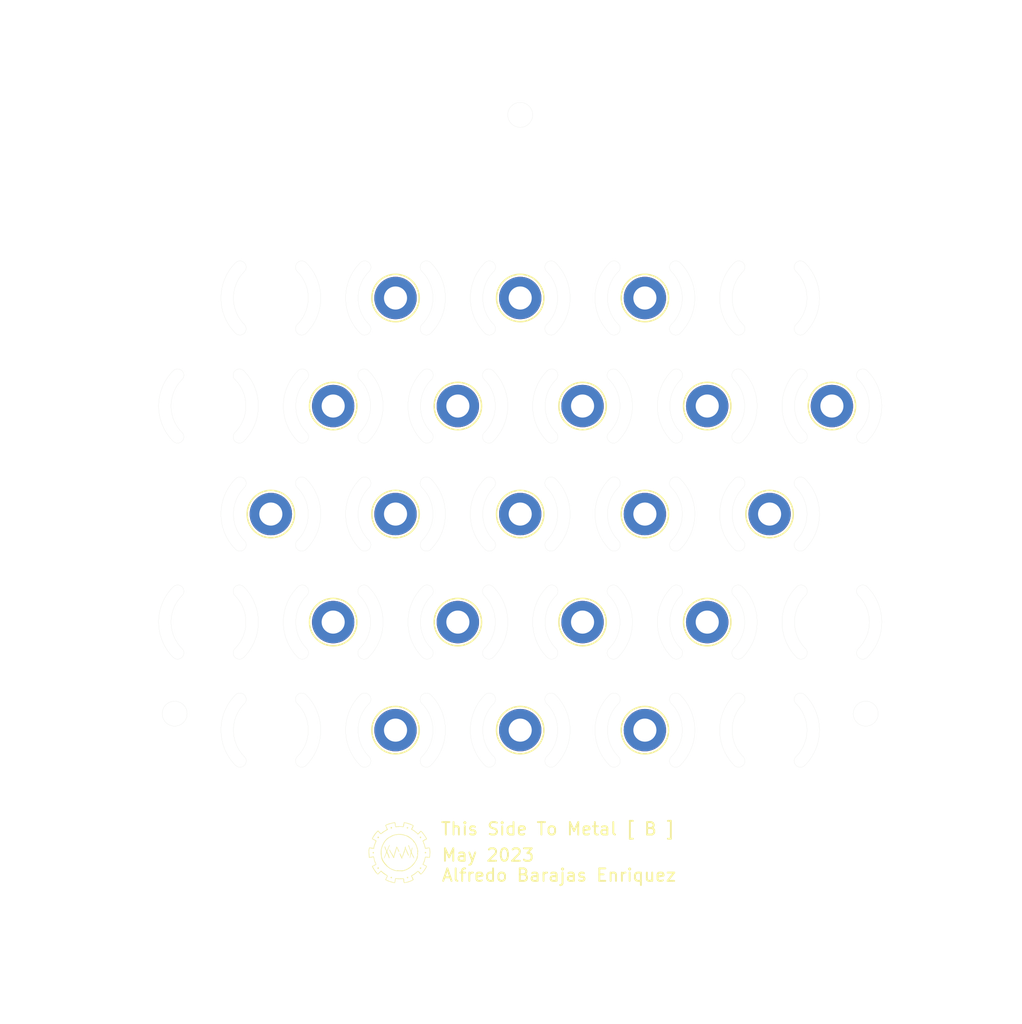
<source format=kicad_pcb>
(kicad_pcb (version 20221018) (generator pcbnew)
  (layers (0 "F.Cu" signal) (31 "B.Cu" signal) (34 "B.Paste" user) (35 "F.Paste" user) (36 "B.SilkS" user "B.Silkscreen") (37 "F.SilkS" user "F.Silkscreen") (38 "B.Mask" user) (39 "F.Mask" user) (44 "Edge.Cuts" user))
  (net 0 "")
  (footprint "TestPoint:TestPoint_Loop_D2.50mm_Drill1.85mm" (layer "F.Cu") (at 155.176641 53.878737)
    (fp_text reference "CH10" hide)
    (fp_text value "READOUT")
    (pad "1" thru_hole circle (at 0 0) (size 3.4 3.4) (drill 1.85) (layers "*.Cu" "*.Mask"))
  )
  (footprint "TestPoint:TestPoint_Loop_D2.50mm_Drill1.85mm" (layer "F.Cu") (at 145.176641 53.878737)
    (fp_text reference "CH9" hide)
    (fp_text value "READOUT")
    (pad "1" thru_hole circle (at 0 0) (size 3.4 3.4) (drill 1.85) (layers "*.Cu" "*.Mask"))
  )
  (footprint "TestPoint:TestPoint_Loop_D2.50mm_Drill1.85mm" (layer "F.Cu") (at 130.176641 62.538737)
    (fp_text reference "CH1" hide)
    (fp_text value "READOUT")
    (pad "1" thru_hole circle (at 0 0) (size 3.4 3.4) (drill 1.85) (layers "*.Cu" "*.Mask"))
  )
  (footprint "TestPoint:TestPoint_Loop_D2.50mm_Drill1.85mm" (layer "F.Cu") (at 140.176641 62.538737)
    (fp_text reference "CH12" hide)
    (fp_text value "READOUT")
    (pad "1" thru_hole circle (at 0 0) (size 3.4 3.4) (drill 1.85) (layers "*.Cu" "*.Mask"))
  )
  (footprint "TestPoint:TestPoint_Loop_D2.50mm_Drill1.85mm" (layer "F.Cu") (at 150.176641 62.538737)
    (fp_text reference "CH13" hide)
    (fp_text value "READOUT")
    (pad "1" thru_hole circle (at 0 0) (size 3.4 3.4) (drill 1.85) (layers "*.Cu" "*.Mask"))
  )
  (footprint "LOGO" (layer "F.Cu") (at 135.491641 80.983581)
    (fp_text reference "G***" hide)
    (fp_text value "LOGO" hide)
  )
  (footprint "TestPoint:TestPoint_Loop_D2.50mm_Drill1.85mm" (layer "F.Cu") (at 125.176641 53.878737)
    (fp_text reference "CH1" hide)
    (fp_text value "READOUT")
    (pad "1" thru_hole circle (at 0 0) (size 3.4 3.4) (drill 1.85) (layers "*.Cu" "*.Mask"))
  )
  (footprint "TestPoint:TestPoint_Loop_D2.50mm_Drill1.85mm" (layer "F.Cu") (at 150.176641 45.218737)
    (fp_text reference "CH5" hide)
    (fp_text value "READOUT")
    (pad "1" thru_hole circle (at 0 0) (size 3.4 3.4) (drill 1.85) (layers "*.Cu" "*.Mask"))
  )
  (footprint "TestPoint:TestPoint_Loop_D2.50mm_Drill1.85mm" (layer "F.Cu") (at 135.176641 36.558737)
    (fp_text reference "CH1" hide)
    (fp_text value "READOUT")
    (pad "1" thru_hole circle (at 0 0) (size 3.4 3.4) (drill 1.85) (layers "*.Cu" "*.Mask"))
  )
  (footprint "TestPoint:TestPoint_Loop_D2.50mm_Drill1.85mm" (layer "F.Cu") (at 140.176641 45.218737)
    (fp_text reference "CH4" hide)
    (fp_text value "READOUT")
    (pad "1" thru_hole circle (at 0 0) (size 3.4 3.4) (drill 1.85) (layers "*.Cu" "*.Mask"))
  )
  (footprint "TestPoint:TestPoint_Loop_D2.50mm_Drill1.85mm" (layer "F.Cu") (at 145.176641 36.558737)
    (fp_text reference "CH2" hide)
    (fp_text value "READOUT")
    (pad "1" thru_hole circle (at 0 0) (size 3.4 3.4) (drill 1.85) (layers "*.Cu" "*.Mask"))
  )
  (footprint "TestPoint:TestPoint_Loop_D2.50mm_Drill1.85mm" (layer "F.Cu") (at 145.176641 71.198737)
    (fp_text reference "CH15" hide)
    (fp_text value "READOUT")
    (pad "1" thru_hole circle (at 0 0) (size 3.4 3.4) (drill 1.85) (layers "*.Cu" "*.Mask"))
  )
  (footprint "TestPoint:TestPoint_Loop_D2.50mm_Drill1.85mm" (layer "F.Cu") (at 160.176641 45.218737)
    (fp_text reference "CH6" hide)
    (fp_text value "READOUT")
    (pad "1" thru_hole circle (at 0 0) (size 3.4 3.4) (drill 1.85) (layers "*.Cu" "*.Mask"))
  )
  (footprint "TestPoint:TestPoint_Loop_D2.50mm_Drill1.85mm" (layer "F.Cu") (at 155.176641 36.558737)
    (fp_text reference "CH3" hide)
    (fp_text value "READOUT")
    (pad "1" thru_hole circle (at 0 0) (size 3.4 3.4) (drill 1.85) (layers "*.Cu" "*.Mask"))
  )
  (footprint "TestPoint:TestPoint_Loop_D2.50mm_Drill1.85mm" (layer "F.Cu") (at 135.176641 71.198737)
    (fp_text reference "CH1" hide)
    (fp_text value "READOUT")
    (pad "1" thru_hole circle (at 0 0) (size 3.4 3.4) (drill 1.85) (layers "*.Cu" "*.Mask"))
  )
  (footprint "TestPoint:TestPoint_Loop_D2.50mm_Drill1.85mm" (layer "F.Cu") (at 165.176641 53.878737)
    (fp_text reference "CH11" hide)
    (fp_text value "READOUT")
    (pad "1" thru_hole circle (at 0 0) (size 3.4 3.4) (drill 1.85) (layers "*.Cu" "*.Mask"))
  )
  (footprint "TestPoint:TestPoint_Loop_D2.50mm_Drill1.85mm" (layer "F.Cu") (at 130.176641 45.218737)
    (fp_text reference "CH1" hide)
    (fp_text value "READOUT")
    (pad "1" thru_hole circle (at 0 0) (size 3.4 3.4) (drill 1.85) (layers "*.Cu" "*.Mask"))
  )
  (footprint "TestPoint:TestPoint_Loop_D2.50mm_Drill1.85mm" (layer "F.Cu") (at 170.176641 45.218737)
    (fp_text reference "CH7" hide)
    (fp_text value "READOUT")
    (pad "1" thru_hole circle (at 0 0) (size 3.4 3.4) (drill 1.85) (layers "*.Cu" "*.Mask"))
  )
  (footprint "TestPoint:TestPoint_Loop_D2.50mm_Drill1.85mm" (layer "F.Cu") (at 155.176641 71.198737)
    (fp_text reference "CH16" hide)
    (fp_text value "READOUT")
    (pad "1" thru_hole circle (at 0 0) (size 3.4 3.4) (drill 1.85) (layers "*.Cu" "*.Mask"))
  )
  (footprint "TestPoint:TestPoint_Loop_D2.50mm_Drill1.85mm" (layer "F.Cu") (at 135.176641 53.878737)
    (fp_text reference "CH8" hide)
    (fp_text value "READOUT")
    (pad "1" thru_hole circle (at 0 0) (size 3.4 3.4) (drill 1.85) (layers "*.Cu" "*.Mask"))
  )
  (footprint "TestPoint:TestPoint_Loop_D2.50mm_Drill1.85mm" (layer "F.Cu") (at 160.176641 62.538737)
    (fp_text reference "CH14" hide)
    (fp_text value "READOUT")
    (pad "1" thru_hole circle (at 0 0) (size 3.4 3.4) (drill 1.85) (layers "*.Cu" "*.Mask"))
  )
  (gr_arc (start 127.348484 59.710578) (mid 128.05559 59.710578) (end 128.05559 60.417684) (stroke (width 0.01)) (layer "Edge.Cuts"))
  (gr_arc (start 162.348485 39.386895) (mid 161.177023 36.558737) (end 162.348485 33.730579) (stroke (width 0.01)) (layer "Edge.Cuts"))
  (gr_arc (start 152.348484 51.050578) (mid 153.05559 51.050578) (end 153.05559 51.757684) (stroke (width 0.01)) (layer "Edge.Cuts"))
  (gr_arc (start 148.005449 39.387543) (mid 147.298231 39.387543) (end 147.298231 38.680325) (stroke (width 0.01)) (layer "Edge.Cuts"))
  (gr_arc (start 142.348485 74.026895) (mid 141.177023 71.198737) (end 142.348485 68.370579) (stroke (width 0.01)) (layer "Edge.Cuts"))
  (gr_arc (start 172.298342 43.097261) (mid 172.298342 42.390155) (end 173.005448 42.390155) (stroke (width 0.01)) (layer "Edge.Cuts"))
  (gr_arc (start 142.298342 43.097261) (mid 142.298342 42.390155) (end 143.005448 42.390155) (stroke (width 0.01)) (layer "Edge.Cuts"))
  (gr_arc (start 153.055701 38.679901) (mid 153.055701 39.387119) (end 152.348483 39.387119) (stroke (width 0.01)) (layer "Edge.Cuts"))
  (gr_arc (start 123.055701 55.999901) (mid 123.055701 56.707119) (end 122.348483 56.707119) (stroke (width 0.01)) (layer "Edge.Cuts"))
  (gr_arc (start 172.29823 60.41715) (mid 173.17702 62.538737) (end 172.29823 64.660324) (stroke (width 0.01)) (layer "Edge.Cuts"))
  (gr_arc (start 147.298608 51.756994) (mid 148.177398 53.878581) (end 147.298608 56.000168) (stroke (width 0.01)) (layer "Edge.Cuts"))
  (gr_arc (start 138.005449 74.027543) (mid 137.298231 74.027543) (end 137.298231 73.320325) (stroke (width 0.01)) (layer "Edge.Cuts"))
  (gr_arc (start 127.348485 48.046895) (mid 126.177023 45.218737) (end 127.348485 42.390579) (stroke (width 0.01)) (layer "Edge.Cuts"))
  (gr_arc (start 138.005447 68.370155) (mid 139.17702 71.198581) (end 138.005447 74.027007) (stroke (width 0.01)) (layer "Edge.Cuts"))
  (gr_arc (start 142.348863 56.706739) (mid 141.177401 53.878581) (end 142.348863 51.050423) (stroke (width 0.01)) (layer "Edge.Cuts"))
  (gr_arc (start 123.055701 38.679901) (mid 122.177021 36.558581) (end 123.055701 34.437261) (stroke (width 0.01)) (layer "Edge.Cuts"))
  (gr_arc (start 122.348485 56.706895) (mid 121.177023 53.878737) (end 122.348485 51.050579) (stroke (width 0.01)) (layer "Edge.Cuts"))
  (gr_arc (start 173.005447 59.710155) (mid 174.17702 62.538581) (end 173.005447 65.367007) (stroke (width 0.01)) (layer "Edge.Cuts"))
  (gr_arc (start 158.005447 51.050155) (mid 159.17702 53.878581) (end 158.005447 56.707007) (stroke (width 0.01)) (layer "Edge.Cuts"))
  (gr_arc (start 118.055701 64.659901) (mid 118.055701 65.367119) (end 117.348483 65.367119) (stroke (width 0.01)) (layer "Edge.Cuts"))
  (gr_arc (start 172.298342 60.417261) (mid 172.298342 59.710155) (end 173.005448 59.710155) (stroke (width 0.01)) (layer "Edge.Cuts"))
  (gr_arc (start 148.005825 51.049999) (mid 149.177398 53.878425) (end 148.005825 56.706851) (stroke (width 0.01)) (layer "Edge.Cuts"))
  (gr_arc (start 137.348484 59.710578) (mid 138.05559 59.710578) (end 138.05559 60.417684) (stroke (width 0.01)) (layer "Edge.Cuts"))
  (gr_arc (start 137.298342 51.757261) (mid 137.298342 51.050155) (end 138.005448 51.050155) (stroke (width 0.01)) (layer "Edge.Cuts"))
  (gr_arc (start 158.005447 68.370155) (mid 159.17702 71.198581) (end 158.005447 74.027007) (stroke (width 0.01)) (layer "Edge.Cuts"))
  (gr_arc (start 148.055701 64.659901) (mid 147.177021 62.538581) (end 148.055701 60.417261) (stroke (width 0.01)) (layer "Edge.Cuts"))
  (gr_arc (start 152.348485 39.386895) (mid 151.177023 36.558737) (end 152.348485 33.730579) (stroke (width 0.01)) (layer "Edge.Cuts"))
  (gr_arc (start 138.005447 33.730155) (mid 139.17702 36.558581) (end 138.005447 39.387007) (stroke (width 0.01)) (layer "Edge.Cuts"))
  (gr_arc (start 167.298342 34.437261) (mid 167.298342 33.730155) (end 168.005448 33.730155) (stroke (width 0.01)) (layer "Edge.Cuts"))
  (gr_arc (start 147.348484 42.390578) (mid 148.05559 42.390578) (end 148.05559 43.097684) (stroke (width 0.01)) (layer "Edge.Cuts"))
  (gr_arc (start 127.298342 34.437261) (mid 127.298342 33.730155) (end 128.005448 33.730155) (stroke (width 0.01)) (layer "Edge.Cuts"))
  (gr_arc (start 168.055701 47.339901) (mid 168.055701 48.047119) (end 167.348483 48.047119) (stroke (width 0.01)) (layer "Edge.Cuts"))
  (gr_arc (start 173.005447 42.390155) (mid 174.17702 45.218581) (end 173.005447 48.047007) (stroke (width 0.01)) (layer "Edge.Cuts"))
  (gr_arc (start 138.005449 39.387543) (mid 137.298231 39.387543) (end 137.298231 38.680325) (stroke (width 0.01)) (layer "Edge.Cuts"))
  (gr_arc (start 163.055701 55.999901) (mid 163.055701 56.707119) (end 162.348483 56.707119) (stroke (width 0.01)) (layer "Edge.Cuts"))
  (gr_arc (start 158.055701 64.659901) (mid 157.177021 62.538581) (end 158.055701 60.417261) (stroke (width 0.01)) (layer "Edge.Cuts"))
  (gr_arc (start 143.055701 73.319901) (mid 142.177021 71.198581) (end 143.055701 69.077261) (stroke (width 0.01)) (layer "Edge.Cuts"))
  (gr_arc (start 157.298342 69.077261) (mid 157.298342 68.370155) (end 158.005448 68.370155) (stroke (width 0.01)) (layer "Edge.Cuts"))
  (gr_arc (start 148.005449 74.027543) (mid 147.298231 74.027543) (end 147.298231 73.320325) (stroke (width 0.01)) (layer "Edge.Cuts"))
  (gr_arc (start 163.055701 55.999901) (mid 162.177021 53.878581) (end 163.055701 51.757261) (stroke (width 0.01)) (layer "Edge.Cuts"))
  (gr_arc (start 162.348485 74.026895) (mid 161.177023 71.198737) (end 162.348485 68.370579) (stroke (width 0.01)) (layer "Edge.Cuts"))
  (gr_arc (start 122.298342 43.097261) (mid 122.298342 42.390155) (end 123.005448 42.390155) (stroke (width 0.01)) (layer "Edge.Cuts"))
  (gr_arc (start 123.055701 55.999901) (mid 122.177021 53.878581) (end 123.055701 51.757261) (stroke (width 0.01)) (layer "Edge.Cuts"))
  (gr_arc (start 122.29823 60.41715) (mid 123.17702 62.538737) (end 122.29823 64.660324) (stroke (width 0.01)) (layer "Edge.Cuts"))
  (gr_circle (center 117.463639 69.87841) (end 118.463639 69.87841) (stroke (width 0.01)) (fill none) (layer "Edge.Cuts"))
  (gr_arc (start 168.005447 68.370155) (mid 169.17702 71.198581) (end 168.005447 74.027007) (stroke (width 0.01)) (layer "Edge.Cuts"))
  (gr_arc (start 133.005449 48.047543) (mid 132.298231 48.047543) (end 132.298231 47.340325) (stroke (width 0.01)) (layer "Edge.Cuts"))
  (gr_arc (start 148.005827 56.707387) (mid 147.298609 56.707387) (end 147.298609 56.000169) (stroke (width 0.01)) (layer "Edge.Cuts"))
  (gr_arc (start 118.055701 64.659901) (mid 117.177021 62.538581) (end 118.055701 60.417261) (stroke (width 0.01)) (layer "Edge.Cuts"))
  (gr_arc (start 128.005449 39.387543) (mid 127.298231 39.387543) (end 127.298231 38.680325) (stroke (width 0.01)) (layer "Edge.Cuts"))
  (gr_arc (start 118.055701 47.339901) (mid 118.055701 48.047119) (end 117.348483 48.047119) (stroke (width 0.01)) (layer "Edge.Cuts"))
  (gr_arc (start 163.005447 42.390155) (mid 164.17702 45.218581) (end 163.005447 48.047007) (stroke (width 0.01)) (layer "Edge.Cuts"))
  (gr_arc (start 163.005449 48.047543) (mid 162.298231 48.047543) (end 162.298231 47.340325) (stroke (width 0.01)) (layer "Edge.Cuts"))
  (gr_arc (start 147.29823 69.07715) (mid 148.17702 71.198737) (end 147.29823 73.320324) (stroke (width 0.01)) (layer "Edge.Cuts"))
  (gr_arc (start 117.348484 42.390578) (mid 118.05559 42.390578) (end 118.05559 43.097684) (stroke (width 0.01)) (layer "Edge.Cuts"))
  (gr_arc (start 128.005449 56.707543) (mid 127.298231 56.707543) (end 127.298231 56.000325) (stroke (width 0.01)) (layer "Edge.Cuts"))
  (gr_arc (start 147.348484 59.710578) (mid 148.05559 59.710578) (end 148.05559 60.417684) (stroke (width 0.01)) (layer "Edge.Cuts"))
  (gr_arc (start 153.005447 59.710155) (mid 154.17702 62.538581) (end 153.005447 65.367007) (stroke (width 0.01)) (layer "Edge.Cuts"))
  (gr_arc (start 123.055701 73.319901) (mid 122.177021 71.198581) (end 123.055701 69.077261) (stroke (width 0.01)) (layer "Edge.Cuts"))
  (gr_arc (start 143.005447 42.390155) (mid 144.17702 45.218581) (end 143.005447 48.047007) (stroke (width 0.01)) (layer "Edge.Cuts"))
  (gr_arc (start 152.348485 56.706895) (mid 151.177023 53.878737) (end 152.348485 51.050579) (stroke (width 0.01)) (layer "Edge.Cuts"))
  (gr_arc (start 133.055701 55.999901) (mid 132.177021 53.878581) (end 133.055701 51.757261) (stroke (width 0.01)) (layer "Edge.Cuts"))
  (gr_arc (start 173.005449 65.367543) (mid 172.298231 65.367543) (end 172.298231 64.660325) (stroke (width 0.01)) (layer "Edge.Cuts"))
  (gr_arc (start 152.348485 74.026895) (mid 151.177023 71.198737) (end 152.348485 68.370579) (stroke (width 0.01)) (layer "Edge.Cuts"))
  (gr_arc (start 168.005449 74.027543) (mid 167.298231 74.027543) (end 167.298231 73.320325) (stroke (width 0.01)) (layer "Edge.Cuts"))
  (gr_arc (start 137.298342 34.437261) (mid 137.298342 33.730155) (end 138.005448 33.730155) (stroke (width 0.01)) (layer "Edge.Cuts"))
  (gr_arc (start 157.348484 59.710578) (mid 158.05559 59.710578) (end 158.05559 60.417684) (stroke (width 0.01)) (layer "Edge.Cuts"))
  (gr_arc (start 142.348484 33.730578) (mid 143.05559 33.730578) (end 143.05559 34.437684) (stroke (width 0.01)) (layer "Edge.Cuts"))
  (gr_arc (start 148.055701 64.659901) (mid 148.055701 65.367119) (end 147.348483 65.367119) (stroke (width 0.01)) (layer "Edge.Cuts"))
  (gr_arc (start 168.005447 33.730155) (mid 169.17702 36.558581) (end 168.005447 39.387007) (stroke (width 0.01)) (layer "Edge.Cuts"))
  (gr_arc (start 167.348485 48.046895) (mid 166.177023 45.218737) (end 167.348485 42.390579) (stroke (width 0.01)) (layer "Edge.Cuts"))
  (gr_arc (start 137.29823 51.75715) (mid 138.17702 53.878737) (end 137.29823 56.000324) (stroke (width 0.01)) (layer "Edge.Cuts"))
  (gr_arc (start 168.005447 51.050155) (mid 169.17702 53.878581) (end 168.005447 56.707007) (stroke (width 0.01)) (layer "Edge.Cuts"))
  (gr_arc (start 138.055701 64.659901) (mid 137.177021 62.538581) (end 138.055701 60.417261) (stroke (width 0.01)) (layer "Edge.Cuts"))
  (gr_arc (start 168.055701 64.659901) (mid 168.055701 65.367119) (end 167.348483 65.367119) (stroke (width 0.01)) (layer "Edge.Cuts"))
  (gr_arc (start 152.29823 43.09715) (mid 153.17702 45.218737) (end 152.29823 47.340324) (stroke (width 0.01)) (layer "Edge.Cuts"))
  (gr_arc (start 147.348485 48.046895) (mid 146.177023 45.218737) (end 147.348485 42.390579) (stroke (width 0.01)) (layer "Edge.Cuts"))
  (gr_arc (start 133.005447 59.710155) (mid 134.17702 62.538581) (end 133.005447 65.367007) (stroke (width 0.01)) (layer "Edge.Cuts"))
  (gr_arc (start 168.055701 47.339901) (mid 167.177021 45.218581) (end 168.055701 43.097261) (stroke (width 0.01)) (layer "Edge.Cuts"))
  (gr_arc (start 153.055701 38.679901) (mid 152.177021 36.558581) (end 153.055701 34.437261) (stroke (width 0.01)) (layer "Edge.Cuts"))
  (gr_arc (start 142.348484 68.370578) (mid 143.05559 68.370578) (end 143.05559 69.077684) (stroke (width 0.01)) (layer "Edge.Cuts"))
  (gr_arc (start 132.298342 60.417261) (mid 132.298342 59.710155) (end 133.005448 59.710155) (stroke (width 0.01)) (layer "Edge.Cuts"))
  (gr_arc (start 132.348484 51.050578) (mid 133.05559 51.050578) (end 133.05559 51.757684) (stroke (width 0.01)) (layer "Edge.Cuts"))
  (gr_arc (start 132.29823 43.09715) (mid 133.17702 45.218737) (end 132.29823 47.340324) (stroke (width 0.01)) (layer "Edge.Cuts"))
  (gr_arc (start 123.005449 65.367543) (mid 122.298231 65.367543) (end 122.298231 64.660325) (stroke (width 0.01)) (layer "Edge.Cuts"))
  (gr_arc (start 137.29823 69.07715) (mid 138.17702 71.198737) (end 137.29823 73.320324) (stroke (width 0.01)) (layer "Edge.Cuts"))
  (gr_arc (start 167.348484 59.710578) (mid 168.05559 59.710578) (end 168.05559 60.417684) (stroke (width 0.01)) (layer "Edge.Cuts"))
  (gr_arc (start 163.005449 65.367543) (mid 162.298231 65.367543) (end 162.298231 64.660325) (stroke (width 0.01)) (layer "Edge.Cuts"))
  (gr_arc (start 152.298342 60.417261) (mid 152.298342 59.710155) (end 153.005448 59.710155) (stroke (width 0.01)) (layer "Edge.Cuts"))
  (gr_arc (start 143.055701 38.679901) (mid 142.177021 36.558581) (end 143.055701 34.437261) (stroke (width 0.01)) (layer "Edge.Cuts"))
  (gr_arc (start 167.298342 51.757261) (mid 167.298342 51.050155) (end 168.005448 51.050155) (stroke (width 0.01)) (layer "Edge.Cuts"))
  (gr_arc (start 168.005449 39.387543) (mid 167.298231 39.387543) (end 167.298231 38.680325) (stroke (width 0.01)) (layer "Edge.Cuts"))
  (gr_arc (start 162.298342 43.097261) (mid 162.298342 42.390155) (end 163.005448 42.390155) (stroke (width 0.01)) (layer "Edge.Cuts"))
  (gr_arc (start 153.055701 73.319901) (mid 152.177021 71.198581) (end 153.055701 69.077261) (stroke (width 0.01)) (layer "Edge.Cuts"))
  (gr_arc (start 132.348485 56.706895) (mid 131.177023 53.878737) (end 132.348485 51.050579) (stroke (width 0.01)) (layer "Edge.Cuts"))
  (gr_arc (start 128.055701 47.339901) (mid 127.177021 45.218581) (end 128.055701 43.097261) (stroke (width 0.01)) (layer "Edge.Cuts"))
  (gr_arc (start 158.005449 56.707543) (mid 157.298231 56.707543) (end 157.298231 56.000325) (stroke (width 0.01)) (layer "Edge.Cuts"))
  (gr_arc (start 167.29823 34.43715) (mid 168.17702 36.558737) (end 167.29823 38.680324) (stroke (width 0.01)) (layer "Edge.Cuts"))
  (gr_arc (start 142.29823 43.09715) (mid 143.17702 45.218737) (end 142.29823 47.340324) (stroke (width 0.01)) (layer "Edge.Cuts"))
  (gr_arc (start 127.29823 51.75715) (mid 128.17702 53.878737) (end 127.29823 56.000324) (stroke (width 0.01)) (layer "Edge.Cuts"))
  (gr_arc (start 152.348484 33.730578) (mid 153.05559 33.730578) (end 153.05559 34.437684) (stroke (width 0.01)) (layer "Edge.Cuts"))
  (gr_arc (start 158.005447 33.730155) (mid 159.17702 36.558581) (end 158.005447 39.387007) (stroke (width 0.01)) (layer "Edge.Cuts"))
  (gr_arc (start 133.005447 42.390155) (mid 134.17702 45.218581) (end 133.005447 48.047007) (stroke (width 0.01)) (layer "Edge.Cuts"))
  (gr_arc (start 127.298342 69.077261) (mid 127.298342 68.370155) (end 128.005448 68.370155) (stroke (width 0.01)) (layer "Edge.Cuts"))
  (gr_arc (start 162.348484 33.730578) (mid 163.05559 33.730578) (end 163.05559 34.437684) (stroke (width 0.01)) (layer "Edge.Cuts"))
  (gr_arc (start 167.348485 65.366895) (mid 166.177023 62.538737) (end 167.348485 59.710579) (stroke (width 0.01)) (layer "Edge.Cuts"))
  (gr_arc (start 127.29823 69.07715) (mid 128.17702 71.198737) (end 127.29823 73.320324) (stroke (width 0.01)) (layer "Edge.Cuts"))
  (gr_arc (start 138.005449 56.707543) (mid 137.298231 56.707543) (end 137.298231 56.000325) (stroke (width 0.01)) (layer "Edge.Cuts"))
  (gr_arc (start 153.055701 55.999901) (mid 153.055701 56.707119) (end 152.348483 56.707119) (stroke (width 0.01)) (layer "Edge.Cuts"))
  (gr_arc (start 143.055701 38.679901) (mid 143.055701 39.387119) (end 142.348483 39.387119) (stroke (width 0.01)) (layer "Edge.Cuts"))
  (gr_arc (start 153.005447 42.390155) (mid 154.17702 45.218581) (end 153.005447 48.047007) (stroke (width 0.01)) (layer "Edge.Cuts"))
  (gr_arc (start 122.348485 39.386895) (mid 121.177023 36.558737) (end 122.348485 33.730579) (stroke (width 0.01)) (layer "Edge.Cuts"))
  (gr_arc (start 147.29872 51.757105) (mid 147.29872 51.049999) (end 148.005826 51.049999) (stroke (width 0.01)) (layer "Edge.Cuts"))
  (gr_arc (start 163.005447 59.710155) (mid 164.17702 62.538581) (end 163.005447 65.367007) (stroke (width 0.01)) (layer "Edge.Cuts"))
  (gr_arc (start 157.29823 51.75715) (mid 158.17702 53.878737) (end 157.29823 56.000324) (stroke (width 0.01)) (layer "Edge.Cuts"))
  (gr_arc (start 133.055701 73.319901) (mid 133.055701 74.027119) (end 132.348483 74.027119) (stroke (width 0.01)) (layer "Edge.Cuts"))
  (gr_arc (start 158.005449 74.027543) (mid 157.298231 74.027543) (end 157.298231 73.320325) (stroke (width 0.01)) (layer "Edge.Cuts"))
  (gr_arc (start 138.005447 51.050155) (mid 139.17702 53.878581) (end 138.005447 56.707007) (stroke (width 0.01)) (layer "Edge.Cuts"))
  (gr_arc (start 143.005447 59.710155) (mid 144.17702 62.538581) (end 143.005447 65.367007) (stroke (width 0.01)) (layer "Edge.Cuts"))
  (gr_arc (start 148.055701 47.339901) (mid 148.055701 48.047119) (end 147.348483 48.047119) (stroke (width 0.01)) (layer "Edge.Cuts"))
  (gr_circle (center 145.176641 53.878737) (end 179.176641 53.878737) (stroke (width 0.001)) (fill none) (layer "Edge.Cuts"))
  (gr_arc (start 118.055701 47.339901) (mid 117.177021 45.218581) (end 118.055701 43.097261) (stroke (width 0.01)) (layer "Edge.Cuts"))
  (gr_arc (start 123.005447 59.710155) (mid 124.17702 62.538581) (end 123.005447 65.367007) (stroke (width 0.01)) (layer "Edge.Cuts"))
  (gr_arc (start 157.348484 42.390578) (mid 158.05559 42.390578) (end 158.05559 43.097684) (stroke (width 0.01)) (layer "Edge.Cuts"))
  (gr_arc (start 122.29823 43.09715) (mid 123.17702 45.218737) (end 122.29823 47.340324) (stroke (width 0.01)) (layer "Edge.Cuts"))
  (gr_arc (start 157.29823 34.43715) (mid 158.17702 36.558737) (end 157.29823 38.680324) (stroke (width 0.01)) (layer "Edge.Cuts"))
  (gr_arc (start 147.348485 65.366895) (mid 146.177023 62.538737) (end 147.348485 59.710579) (stroke (width 0.01)) (layer "Edge.Cuts"))
  (gr_arc (start 132.298342 43.097261) (mid 132.298342 42.390155) (end 133.005448 42.390155) (stroke (width 0.01)) (layer "Edge.Cuts"))
  (gr_arc (start 128.005449 74.027543) (mid 127.298231 74.027543) (end 127.298231 73.320325) (stroke (width 0.01)) (layer "Edge.Cuts"))
  (gr_arc (start 127.298342 51.757261) (mid 127.298342 51.050155) (end 128.005448 51.050155) (stroke (width 0.01)) (layer "Edge.Cuts"))
  (gr_arc (start 163.055701 38.679901) (mid 163.055701 39.387119) (end 162.348483 39.387119) (stroke (width 0.01)) (layer "Edge.Cuts"))
  (gr_arc (start 137.348484 42.390578) (mid 138.05559 42.390578) (end 138.05559 43.097684) (stroke (width 0.01)) (layer "Edge.Cuts"))
  (gr_arc (start 163.055701 38.679901) (mid 162.177021 36.558581) (end 163.055701 34.437261) (stroke (width 0.01)) (layer "Edge.Cuts"))
  (gr_arc (start 128.005447 33.730155) (mid 129.17702 36.558581) (end 128.005447 39.387007) (stroke (width 0.01)) (layer "Edge.Cuts"))
  (gr_arc (start 157.29823 69.07715) (mid 158.17702 71.198737) (end 157.29823 73.320324) (stroke (width 0.01)) (layer "Edge.Cuts"))
  (gr_arc (start 137.348485 65.366895) (mid 136.177023 62.538737) (end 137.348485 59.710579) (stroke (width 0.01)) (layer "Edge.Cuts"))
  (gr_arc (start 143.056079 55.999745) (mid 142.177399 53.878425) (end 143.056079 51.757105) (stroke (width 0.01)) (layer "Edge.Cuts"))
  (gr_arc (start 142.348485 39.386895) (mid 141.177023 36.558737) (end 142.348485 33.730579) (stroke (width 0.01)) (layer "Edge.Cuts"))
  (gr_arc (start 127.348484 42.390578) (mid 128.05559 42.390578) (end 128.05559 43.097684) (stroke (width 0.01)) (layer "Edge.Cuts"))
  (gr_arc (start 163.055701 73.319901) (mid 162.177021 71.198581) (end 163.055701 69.077261) (stroke (width 0.01)) (layer "Edge.Cuts"))
  (gr_arc (start 138.055701 64.659901) (mid 138.055701 65.367119) (end 137.348483 65.367119) (stroke (width 0.01)) (layer "Edge.Cuts"))
  (gr_arc (start 127.29823 34.43715) (mid 128.17702 36.558737) (end 127.29823 38.680324) (stroke (width 0.01)) (layer "Edge.Cuts"))
  (gr_arc (start 157.298342 34.437261) (mid 157.298342 33.730155) (end 158.005448 33.730155) (stroke (width 0.01)) (layer "Edge.Cuts"))
  (gr_arc (start 137.298342 69.077261) (mid 137.298342 68.370155) (end 138.005448 68.370155) (stroke (width 0.01)) (layer "Edge.Cuts"))
  (gr_arc (start 167.298342 69.077261) (mid 167.298342 68.370155) (end 168.005448 68.370155) (stroke (width 0.01)) (layer "Edge.Cuts"))
  (gr_arc (start 132.348485 39.386895) (mid 131.177023 36.558737) (end 132.348485 33.730579) (stroke (width 0.01)) (layer "Edge.Cuts"))
  (gr_arc (start 162.348484 51.050578) (mid 163.05559 51.050578) (end 163.05559 51.757684) (stroke (width 0.01)) (layer "Edge.Cuts"))
  (gr_arc (start 162.298342 60.417261) (mid 162.298342 59.710155) (end 163.005448 59.710155) (stroke (width 0.01)) (layer "Edge.Cuts"))
  (gr_arc (start 137.348485 48.046895) (mid 136.177023 45.218737) (end 137.348485 42.390579) (stroke (width 0.01)) (layer "Edge.Cuts"))
  (gr_arc (start 122.348484 68.370578) (mid 123.05559 68.370578) (end 123.05559 69.077684) (stroke (width 0.01)) (layer "Edge.Cuts"))
  (gr_arc (start 158.055701 47.339901) (mid 157.177021 45.218581) (end 158.055701 43.097261) (stroke (width 0.01)) (layer "Edge.Cuts"))
  (gr_arc (start 162.29823 43.09715) (mid 163.17702 45.218737) (end 162.29823 47.340324) (stroke (width 0.01)) (layer "Edge.Cuts"))
  (gr_arc (start 132.348484 68.370578) (mid 133.05559 68.370578) (end 133.05559 69.077684) (stroke (width 0.01)) (layer "Edge.Cuts"))
  (gr_arc (start 117.348485 48.046895) (mid 116.177023 45.218737) (end 117.348485 42.390579) (stroke (width 0.01)) (layer "Edge.Cuts"))
  (gr_circle (center 145.177019 21.878737) (end 146.177019 21.878737) (stroke (width 0.01)) (fill none) (layer "Edge.Cuts"))
  (gr_arc (start 123.055701 73.319901) (mid 123.055701 74.027119) (end 122.348483 74.027119) (stroke (width 0.01)) (layer "Edge.Cuts"))
  (gr_arc (start 142.29823 60.41715) (mid 143.17702 62.538737) (end 142.29823 64.660324) (stroke (width 0.01)) (layer "Edge.Cuts"))
  (gr_arc (start 167.29823 69.07715) (mid 168.17702 71.198737) (end 167.29823 73.320324) (stroke (width 0.01)) (layer "Edge.Cuts"))
  (gr_arc (start 128.055701 47.339901) (mid 128.055701 48.047119) (end 127.348483 48.047119) (stroke (width 0.01)) (layer "Edge.Cuts"))
  (gr_arc (start 152.29823 60.41715) (mid 153.17702 62.538737) (end 152.29823 64.660324) (stroke (width 0.01)) (layer "Edge.Cuts"))
  (gr_arc (start 157.298342 51.757261) (mid 157.298342 51.050155) (end 158.005448 51.050155) (stroke (width 0.01)) (layer "Edge.Cuts"))
  (gr_circle (center 172.889265 69.879064) (end 173.889265 69.879064) (stroke (width 0.01)) (fill none) (layer "Edge.Cuts"))
  (gr_arc (start 128.005447 68.370155) (mid 129.17702 71.198581) (end 128.005447 74.027007) (stroke (width 0.01)) (layer "Edge.Cuts"))
  (gr_arc (start 132.348484 33.730578) (mid 133.05559 33.730578) (end 133.05559 34.437684) (stroke (width 0.01)) (layer "Edge.Cuts"))
  (gr_arc (start 147.29823 34.43715) (mid 148.17702 36.558737) (end 147.29823 38.680324) (stroke (width 0.01)) (layer "Edge.Cuts"))
  (gr_arc (start 143.056079 55.999745) (mid 143.056079 56.706963) (end 142.348861 56.706963) (stroke (width 0.01)) (layer "Edge.Cuts"))
  (gr_arc (start 122.348484 51.050578) (mid 123.05559 51.050578) (end 123.05559 51.757684) (stroke (width 0.01)) (layer "Edge.Cuts"))
  (gr_arc (start 137.29823 34.43715) (mid 138.17702 36.558737) (end 137.29823 38.680324) (stroke (width 0.01)) (layer "Edge.Cuts"))
  (gr_arc (start 133.055701 38.679901) (mid 132.177021 36.558581) (end 133.055701 34.437261) (stroke (width 0.01)) (layer "Edge.Cuts"))
  (gr_arc (start 172.29823 43.09715) (mid 173.17702 45.218737) (end 172.29823 47.340324) (stroke (width 0.01)) (layer "Edge.Cuts"))
  (gr_arc (start 127.348485 65.366895) (mid 126.177023 62.538737) (end 127.348485 59.710579) (stroke (width 0.01)) (layer "Edge.Cuts"))
  (gr_arc (start 162.348485 56.706895) (mid 161.177023 53.878737) (end 162.348485 51.050579) (stroke (width 0.01)) (layer "Edge.Cuts"))
  (gr_arc (start 122.348485 74.026895) (mid 121.177023 71.198737) (end 122.348485 68.370579) (stroke (width 0.01)) (layer "Edge.Cuts"))
  (gr_arc (start 168.055701 64.659901) (mid 167.177021 62.538581) (end 168.055701 60.417261) (stroke (width 0.01)) (layer "Edge.Cuts"))
  (gr_arc (start 152.348484 68.370578) (mid 153.05559 68.370578) (end 153.05559 69.077684) (stroke (width 0.01)) (layer "Edge.Cuts"))
  (gr_arc (start 153.005449 48.047543) (mid 152.298231 48.047543) (end 152.298231 47.340325) (stroke (width 0.01)) (layer "Edge.Cuts"))
  (gr_arc (start 142.298342 60.417261) (mid 142.298342 59.710155) (end 143.005448 59.710155) (stroke (width 0.01)) (layer "Edge.Cuts"))
  (gr_arc (start 143.005449 65.367543) (mid 142.298231 65.367543) (end 142.298231 64.660325) (stroke (width 0.01)) (layer "Edge.Cuts"))
  (gr_arc (start 142.348862 51.050422) (mid 143.055968 51.050422) (end 143.055968 51.757528) (stroke (width 0.01)) (layer "Edge.Cuts"))
  (gr_arc (start 157.348485 65.366895) (mid 156.177023 62.538737) (end 157.348485 59.710579) (stroke (width 0.01)) (layer "Edge.Cuts"))
  (gr_arc (start 162.29823 60.41715) (mid 163.17702 62.538737) (end 162.29823 64.660324) (stroke (width 0.01)) (layer "Edge.Cuts"))
  (gr_arc (start 133.005449 65.367543) (mid 132.298231 65.367543) (end 132.298231 64.660325) (stroke (width 0.01)) (layer "Edge.Cuts"))
  (gr_arc (start 158.055701 47.339901) (mid 158.055701 48.047119) (end 157.348483 48.047119) (stroke (width 0.01)) (layer "Edge.Cuts"))
  (gr_arc (start 158.055701 64.659901) (mid 158.055701 65.367119) (end 157.348483 65.367119) (stroke (width 0.01)) (layer "Edge.Cuts"))
  (gr_arc (start 133.055701 55.999901) (mid 133.055701 56.707119) (end 132.348483 56.707119) (stroke (width 0.01)) (layer "Edge.Cuts"))
  (gr_arc (start 148.005447 33.730155) (mid 149.17702 36.558581) (end 148.005447 39.387007) (stroke (width 0.01)) (layer "Edge.Cuts"))
  (gr_arc (start 133.055701 73.319901) (mid 132.177021 71.198581) (end 133.055701 69.077261) (stroke (width 0.01)) (layer "Edge.Cuts"))
  (gr_arc (start 123.005449 48.047543) (mid 122.298231 48.047543) (end 122.298231 47.340325) (stroke (width 0.01)) (layer "Edge.Cuts"))
  (gr_arc (start 153.055701 73.319901) (mid 153.055701 74.027119) (end 152.348483 74.027119) (stroke (width 0.01)) (layer "Edge.Cuts"))
  (gr_arc (start 143.005449 48.047543) (mid 142.298231 48.047543) (end 142.298231 47.340325) (stroke (width 0.01)) (layer "Edge.Cuts"))
  (gr_arc (start 128.055701 64.659901) (mid 127.177021 62.538581) (end 128.055701 60.417261) (stroke (width 0.01)) (layer "Edge.Cuts"))
  (gr_arc (start 157.348485 48.046895) (mid 156.177023 45.218737) (end 157.348485 42.390579) (stroke (width 0.01)) (layer "Edge.Cuts"))
  (gr_arc (start 132.348485 74.026895) (mid 131.177023 71.198737) (end 132.348485 68.370579) (stroke (width 0.01)) (layer "Edge.Cuts"))
  (gr_arc (start 138.055701 47.339901) (mid 138.055701 48.047119) (end 137.348483 48.047119) (stroke (width 0.01)) (layer "Edge.Cuts"))
  (gr_arc (start 128.005447 51.050155) (mid 129.17702 53.878581) (end 128.005447 56.707007) (stroke (width 0.01)) (layer "Edge.Cuts"))
  (gr_arc (start 162.348484 68.370578) (mid 163.05559 68.370578) (end 163.05559 69.077684) (stroke (width 0.01)) (layer "Edge.Cuts"))
  (gr_arc (start 122.298342 60.417261) (mid 122.298342 59.710155) (end 123.005448 59.710155) (stroke (width 0.01)) (layer "Edge.Cuts"))
  (gr_arc (start 163.055701 73.319901) (mid 163.055701 74.027119) (end 162.348483 74.027119) (stroke (width 0.01)) (layer "Edge.Cuts"))
  (gr_arc (start 158.005449 39.387543) (mid 157.298231 39.387543) (end 157.298231 38.680325) (stroke (width 0.01)) (layer "Edge.Cuts"))
  (gr_arc (start 123.005447 42.390155) (mid 124.17702 45.218581) (end 123.005447 48.047007) (stroke (width 0.01)) (layer "Edge.Cuts"))
  (gr_arc (start 132.29823 60.41715) (mid 133.17702 62.538737) (end 132.29823 64.660324) (stroke (width 0.01)) (layer "Edge.Cuts"))
  (gr_arc (start 138.055701 47.339901) (mid 137.177021 45.218581) (end 138.055701 43.097261) (stroke (width 0.01)) (layer "Edge.Cuts"))
  (gr_arc (start 173.005449 48.047543) (mid 172.298231 48.047543) (end 172.298231 47.340325) (stroke (width 0.01)) (layer "Edge.Cuts"))
  (gr_arc (start 167.29823 51.75715) (mid 168.17702 53.878737) (end 167.29823 56.000324) (stroke (width 0.01)) (layer "Edge.Cuts"))
  (gr_arc (start 117.348485 65.366895) (mid 116.177023 62.538737) (end 117.348485 59.710579) (stroke (width 0.01)) (layer "Edge.Cuts"))
  (gr_arc (start 167.348484 42.390578) (mid 168.05559 42.390578) (end 168.05559 43.097684) (stroke (width 0.01)) (layer "Edge.Cuts"))
  (gr_arc (start 128.055701 64.659901) (mid 128.055701 65.367119) (end 127.348483 65.367119) (stroke (width 0.01)) (layer "Edge.Cuts"))
  (gr_arc (start 148.005447 68.370155) (mid 149.17702 71.198581) (end 148.005447 74.027007) (stroke (width 0.01)) (layer "Edge.Cuts"))
  (gr_arc (start 147.298342 34.437261) (mid 147.298342 33.730155) (end 148.005448 33.730155) (stroke (width 0.01)) (layer "Edge.Cuts"))
  (gr_arc (start 117.348484 59.710578) (mid 118.05559 59.710578) (end 118.05559 60.417684) (stroke (width 0.01)) (layer "Edge.Cuts"))
  (gr_arc (start 153.005449 65.367543) (mid 152.298231 65.367543) (end 152.298231 64.660325) (stroke (width 0.01)) (layer "Edge.Cuts"))
  (gr_arc (start 148.055701 47.339901) (mid 147.177021 45.218581) (end 148.055701 43.097261) (stroke (width 0.01)) (layer "Edge.Cuts"))
  (gr_arc (start 122.348484 33.730578) (mid 123.05559 33.730578) (end 123.05559 34.437684) (stroke (width 0.01)) (layer "Edge.Cuts"))
  (gr_arc (start 143.055701 73.319901) (mid 143.055701 74.027119) (end 142.348483 74.027119) (stroke (width 0.01)) (layer "Edge.Cuts"))
  (gr_arc (start 123.055701 38.679901) (mid 123.055701 39.387119) (end 122.348483 39.387119) (stroke (width 0.01)) (layer "Edge.Cuts"))
  (gr_arc (start 133.055701 38.679901) (mid 133.055701 39.387119) (end 132.348483 39.387119) (stroke (width 0.01)) (layer "Edge.Cuts"))
  (gr_arc (start 147.298342 69.077261) (mid 147.298342 68.370155) (end 148.005448 68.370155) (stroke (width 0.01)) (layer "Edge.Cuts"))
  (gr_arc (start 153.055701 55.999901) (mid 152.177021 53.878581) (end 153.055701 51.757261) (stroke (width 0.01)) (layer "Edge.Cuts"))
  (gr_arc (start 152.298342 43.097261) (mid 152.298342 42.390155) (end 153.005448 42.390155) (stroke (width 0.01)) (layer "Edge.Cuts"))
  (gr_arc (start 168.005449 56.707543) (mid 167.298231 56.707543) (end 167.298231 56.000325) (stroke (width 0.01)) (layer "Edge.Cuts"))
  (gr_text "This Side To Metal [ B ]\n" (at 138.731641 79.698581) (layer "F.SilkS") (effects (font (size 1 1)) (justify left bottom)))
  (gr_text "May 2023\nAlfredo Barajas Enriquez\n" (at 138.806641 83.413581) (layer "F.SilkS") (effects (font (size 1 1)) (justify left bottom)))
)
</source>
